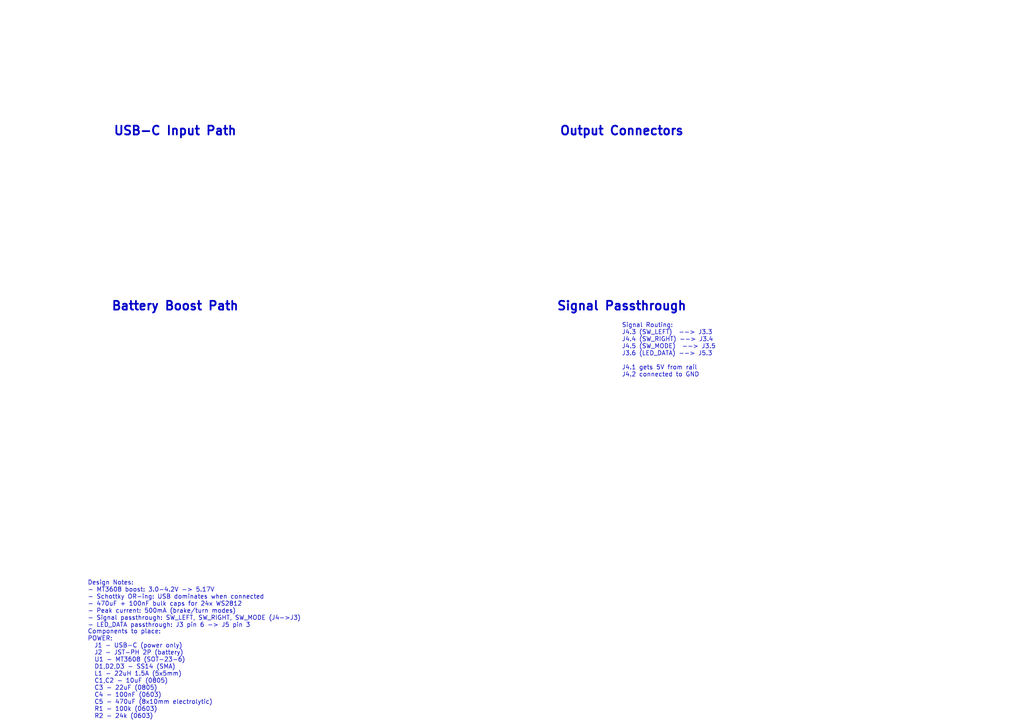
<source format=kicad_sch>
(kicad_sch (version 20231120) (generator "eeschema") (generator_version "8.0")
  (paper "A4")
  (title_block (title "AUX PCB #1 - Power Hub") (date "2026-01-12") (rev "A") (comment 1 "Bike Light Project") (comment 2 "5V LED Rail + Signal Passthrough") (comment 3 "MT3608 Boost + Schottky OR-ing"))
  (lib_symbols)
  (text "USB-C Input Path" (at 50.8 38.1 0) (effects (font (size 2.54 2.54) (bold yes))))
  (text "Battery Boost Path" (at 50.8 88.9 0) (effects (font (size 2.54 2.54) (bold yes))))
  (text "Signal Passthrough" (at 180.34 88.9 0) (effects (font (size 2.54 2.54) (bold yes))))
  (text "Output Connectors" (at 180.34 38.1 0) (effects (font (size 2.54 2.54) (bold yes))))
  (text "Design Notes:\n- MT3608 boost: 3.0-4.2V -> 5.17V\n- Schottky OR-ing: USB dominates when connected\n- 470uF + 100nF bulk caps for 24x WS2812\n- Peak current: 500mA (brake/turn modes)\n- Signal passthrough: SW_LEFT, SW_RIGHT, SW_MODE (J4->J3)\n- LED_DATA passthrough: J3 pin 6 -> J5 pin 3" (at 25.4 175.26 0) (effects (font (size 1.27 1.27)) (justify left)))
  (text "Components to place:\nPOWER:\n  J1 - USB-C (power only)\n  J2 - JST-PH 2P (battery)\n  U1 - MT3608 (SOT-23-6)\n  D1,D2,D3 - SS14 (SMA)\n  L1 - 22uH 1.5A (5x5mm)\n  C1,C2 - 10uF (0805)\n  C3 - 22uF (0805)\n  C4 - 100nF (0603)\n  C5 - 470uF (8x10mm electrolytic)\n  R1 - 100k (0603)\n  R2 - 24k (0603)\n\nCONNECTORS:\n  J3 - JST-PH 6P (To XIAO: 5V,GND,SW_L,SW_R,SW_M,LED_DATA)\n  J4 - JST-PH 5P (From Handlebar: 5V,GND,SW_L,SW_R,SW_M)\n  J5 - JST-PH 3P (To LED Strip: 5V,GND,LED_DATA)" (at 25.4 200.66 0) (effects (font (size 1.27 1.27)) (justify left)))
  (text "Signal Routing:\nJ4.3 (SW_LEFT)  --> J3.3\nJ4.4 (SW_RIGHT) --> J3.4\nJ4.5 (SW_MODE)  --> J3.5\nJ3.6 (LED_DATA) --> J5.3\n\nJ4.1 gets 5V from rail\nJ4.2 connected to GND" (at 180.34 101.6 0) (effects (font (size 1.27 1.27)) (justify left)))
)
</source>
